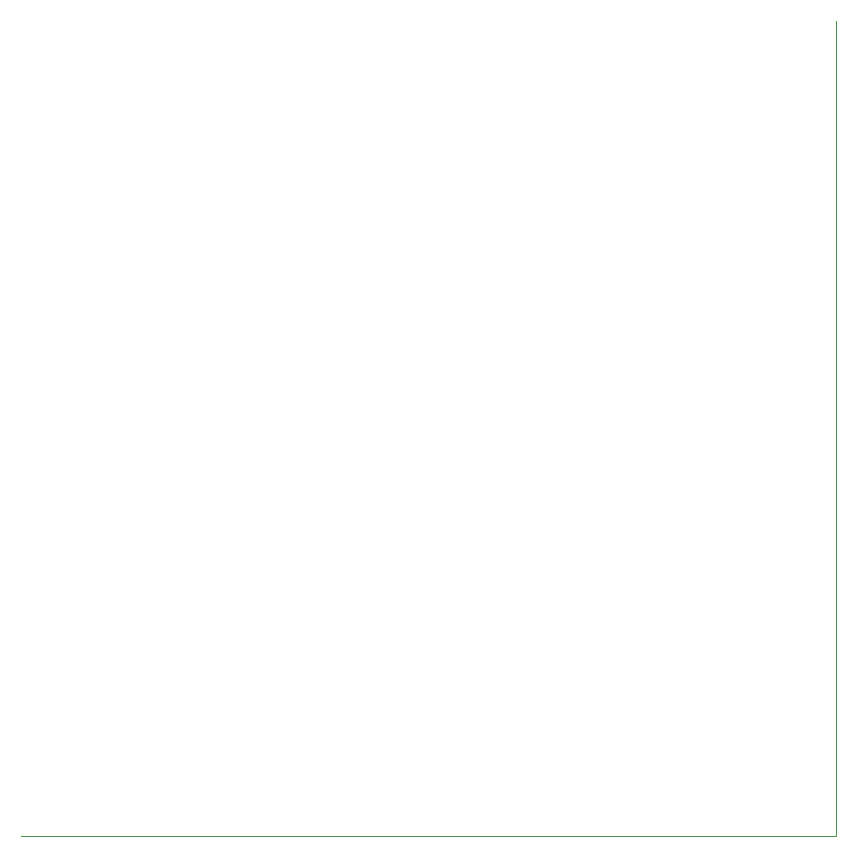
<source format=gbr>
G04 (created by PCBNEW (2013-08-24 BZR 4298)-stable) date Thu 19 Sep 2013 08:28:30 PM PDT*
%MOIN*%
G04 Gerber Fmt 3.4, Leading zero omitted, Abs format*
%FSLAX34Y34*%
G01*
G70*
G90*
G04 APERTURE LIST*
%ADD10C,0.005906*%
%ADD11C,0.003937*%
G04 APERTURE END LIST*
G54D10*
G54D11*
X27165Y-27165D02*
X27165Y0D01*
X0Y-27165D02*
X27165Y-27165D01*
M02*

</source>
